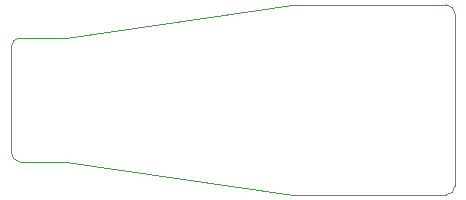
<source format=gm1>
G04 #@! TF.GenerationSoftware,KiCad,Pcbnew,5.1.5-52549c5~84~ubuntu19.10.1*
G04 #@! TF.CreationDate,2020-04-02T17:39:07+02:00*
G04 #@! TF.ProjectId,JEGGER_s-link,4a454747-4552-45f7-932d-6c696e6b2e6b,rev?*
G04 #@! TF.SameCoordinates,Original*
G04 #@! TF.FileFunction,Profile,NP*
%FSLAX46Y46*%
G04 Gerber Fmt 4.6, Leading zero omitted, Abs format (unit mm)*
G04 Created by KiCad (PCBNEW 5.1.5-52549c5~84~ubuntu19.10.1) date 2020-04-02 17:39:07*
%MOMM*%
%LPD*%
G04 APERTURE LIST*
%ADD10C,0.050000*%
G04 APERTURE END LIST*
D10*
X100675000Y-104500000D02*
X100675000Y-95500000D01*
X101425000Y-105250000D02*
G75*
G02X100675000Y-104500000I0J750000D01*
G01*
X100675000Y-95500000D02*
G75*
G02X101425000Y-94750000I750000J0D01*
G01*
X138230000Y-107300000D02*
G75*
G02X137480000Y-108050000I-750000J0D01*
G01*
X137480000Y-91950000D02*
G75*
G02X138230000Y-92700000I0J-750000D01*
G01*
X105275000Y-105250000D02*
X101425000Y-105250000D01*
X124500000Y-108050000D02*
X105275000Y-105250000D01*
X137480000Y-108050000D02*
X124500000Y-108050000D01*
X138230000Y-92700000D02*
X138230000Y-107300000D01*
X124450000Y-91950000D02*
X137480000Y-91950000D01*
X105300000Y-94750000D02*
X124450000Y-91950000D01*
X101425000Y-94750000D02*
X105300000Y-94750000D01*
M02*

</source>
